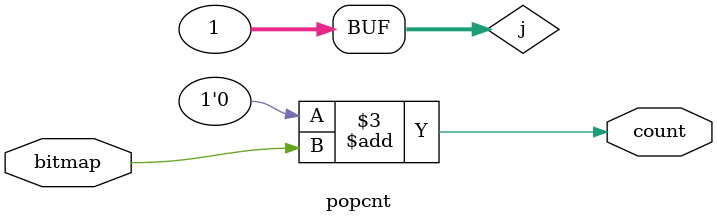
<source format=v>
/*
Copyright 2021 GaoZiBo <diyer175@hotmail.com>
Powered by YSYX https://oscpu.github.io/ysyx

Licensed under The MIT License (MIT).
-------------------------------------
Permission is hereby granted, free of charge, to any person obtaining a copy of
this software and associated documentation files (the "Software"), to deal in
the Software without restriction, including without limitation the rights to
use, copy, modify, merge, publish, distribute, sublicense, and/or sell copies of
the Software, and to permit persons to whom the Software is furnished to do so,
subject to the following conditions:

The above copyright notice and this permission notice shall be included in all
copies or substantial portions of the Software.

THE SOFTWARE IS PROVIDED "AS IS", WITHOUT WARRANTY OF ANY KIND, EXPRESS OR
IMPLIED,INCLUDING BUT NOT LIMITED TO THE WARRANTIES OF MERCHANTABILITY, FITNESS
FOR A PARTICULAR PURPOSE AND NONINFRINGEMENT. IN NO EVENT SHALL THE AUTHORS OR
COPYRIGHT HOLDERS BE LIABLE FOR ANY CLAIM, DAMAGES OR OTHER LIABILITY, WHETHER
IN AN ACTION OF CONTRACT, TORT OR OTHERWISE, ARISING FROM, OUT OF OR IN
CONNECTION WITH THE SOFTWARE OR THE USE OR OTHER DEALINGS IN THE SOFTWARE.
 */

`include "ncpu64k_config.vh"

module popcnt
#(
   parameter P_DW = 0
)
(
   input [(1<<P_DW)-1:0] bitmap,
   output reg [P_DW:0] count
);
   integer j;
   
   // Adder chain
   always @(*)
      begin
         count = 'b0;
         for(j=0;j<(1<<P_DW);j=j+1)
            count = count + {{P_DW{1'b0}}, bitmap[j]};
      end

endmodule

</source>
